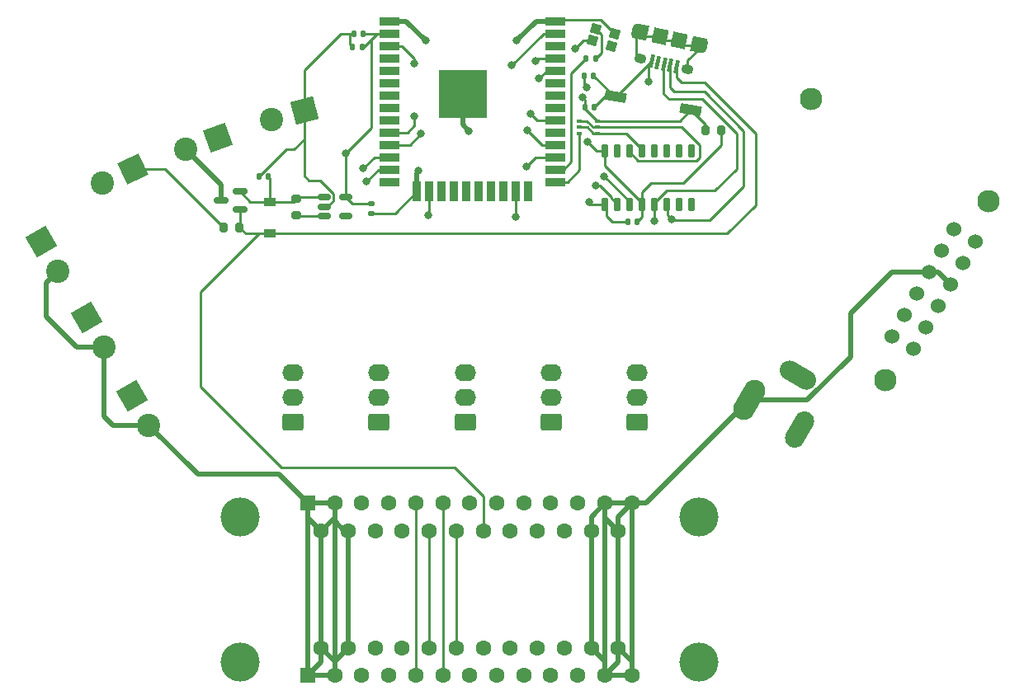
<source format=gbr>
%TF.GenerationSoftware,KiCad,Pcbnew,(6.0.0-0)*%
%TF.CreationDate,2022-12-05T14:38:01-05:00*%
%TF.ProjectId,Dome_Plate_Controller_V1,446f6d65-5f50-46c6-9174-655f436f6e74,rev?*%
%TF.SameCoordinates,Original*%
%TF.FileFunction,Copper,L1,Top*%
%TF.FilePolarity,Positive*%
%FSLAX46Y46*%
G04 Gerber Fmt 4.6, Leading zero omitted, Abs format (unit mm)*
G04 Created by KiCad (PCBNEW (6.0.0-0)) date 2022-12-05 14:38:01*
%MOMM*%
%LPD*%
G01*
G04 APERTURE LIST*
G04 Aperture macros list*
%AMRoundRect*
0 Rectangle with rounded corners*
0 $1 Rounding radius*
0 $2 $3 $4 $5 $6 $7 $8 $9 X,Y pos of 4 corners*
0 Add a 4 corners polygon primitive as box body*
4,1,4,$2,$3,$4,$5,$6,$7,$8,$9,$2,$3,0*
0 Add four circle primitives for the rounded corners*
1,1,$1+$1,$2,$3*
1,1,$1+$1,$4,$5*
1,1,$1+$1,$6,$7*
1,1,$1+$1,$8,$9*
0 Add four rect primitives between the rounded corners*
20,1,$1+$1,$2,$3,$4,$5,0*
20,1,$1+$1,$4,$5,$6,$7,0*
20,1,$1+$1,$6,$7,$8,$9,0*
20,1,$1+$1,$8,$9,$2,$3,0*%
%AMHorizOval*
0 Thick line with rounded ends*
0 $1 width*
0 $2 $3 position (X,Y) of the first rounded end (center of the circle)*
0 $4 $5 position (X,Y) of the second rounded end (center of the circle)*
0 Add line between two ends*
20,1,$1,$2,$3,$4,$5,0*
0 Add two circle primitives to create the rounded ends*
1,1,$1,$2,$3*
1,1,$1,$4,$5*%
%AMRotRect*
0 Rectangle, with rotation*
0 The origin of the aperture is its center*
0 $1 length*
0 $2 width*
0 $3 Rotation angle, in degrees counterclockwise*
0 Add horizontal line*
21,1,$1,$2,0,0,$3*%
G04 Aperture macros list end*
%TA.AperFunction,SMDPad,CuDef*%
%ADD10RoundRect,0.150000X-0.512500X-0.150000X0.512500X-0.150000X0.512500X0.150000X-0.512500X0.150000X0*%
%TD*%
%TA.AperFunction,SMDPad,CuDef*%
%ADD11RoundRect,0.140000X0.140000X0.170000X-0.140000X0.170000X-0.140000X-0.170000X0.140000X-0.170000X0*%
%TD*%
%TA.AperFunction,SMDPad,CuDef*%
%ADD12RotRect,1.000000X1.000000X345.000000*%
%TD*%
%TA.AperFunction,ComponentPad*%
%ADD13HorizOval,2.200000X0.550000X0.952628X-0.550000X-0.952628X0*%
%TD*%
%TA.AperFunction,ComponentPad*%
%ADD14HorizOval,2.000000X0.500000X0.866025X-0.500000X-0.866025X0*%
%TD*%
%TA.AperFunction,ComponentPad*%
%ADD15HorizOval,2.000000X-0.866025X0.500000X0.866025X-0.500000X0*%
%TD*%
%TA.AperFunction,SMDPad,CuDef*%
%ADD16RoundRect,0.200000X0.200000X0.275000X-0.200000X0.275000X-0.200000X-0.275000X0.200000X-0.275000X0*%
%TD*%
%TA.AperFunction,SMDPad,CuDef*%
%ADD17RoundRect,0.049600X0.260400X-0.605400X0.260400X0.605400X-0.260400X0.605400X-0.260400X-0.605400X0*%
%TD*%
%TA.AperFunction,SMDPad,CuDef*%
%ADD18RoundRect,0.140000X-0.140000X-0.170000X0.140000X-0.170000X0.140000X0.170000X-0.140000X0.170000X0*%
%TD*%
%TA.AperFunction,ComponentPad*%
%ADD19RotRect,2.400000X2.400000X300.000000*%
%TD*%
%TA.AperFunction,ComponentPad*%
%ADD20C,2.400000*%
%TD*%
%TA.AperFunction,SMDPad,CuDef*%
%ADD21RoundRect,0.140000X-0.170000X0.140000X-0.170000X-0.140000X0.170000X-0.140000X0.170000X0.140000X0*%
%TD*%
%TA.AperFunction,ComponentPad*%
%ADD22RotRect,2.400000X2.400000X195.000000*%
%TD*%
%TA.AperFunction,ComponentPad*%
%ADD23C,1.524000*%
%TD*%
%TA.AperFunction,ComponentPad*%
%ADD24C,2.300000*%
%TD*%
%TA.AperFunction,SMDPad,CuDef*%
%ADD25RoundRect,0.100000X-1.054267X-0.220275X0.915348X-0.567571X1.054267X0.220275X-0.915348X0.567571X0*%
%TD*%
%TA.AperFunction,ComponentPad*%
%ADD26RoundRect,0.250000X0.845000X-0.620000X0.845000X0.620000X-0.845000X0.620000X-0.845000X-0.620000X0*%
%TD*%
%TA.AperFunction,ComponentPad*%
%ADD27O,2.190000X1.740000*%
%TD*%
%TA.AperFunction,ComponentPad*%
%ADD28C,4.000000*%
%TD*%
%TA.AperFunction,ComponentPad*%
%ADD29R,1.600000X1.600000*%
%TD*%
%TA.AperFunction,ComponentPad*%
%ADD30C,1.600000*%
%TD*%
%TA.AperFunction,SMDPad,CuDef*%
%ADD31RoundRect,0.135000X-0.135000X-0.185000X0.135000X-0.185000X0.135000X0.185000X-0.135000X0.185000X0*%
%TD*%
%TA.AperFunction,SMDPad,CuDef*%
%ADD32R,1.219200X0.914400*%
%TD*%
%TA.AperFunction,SMDPad,CuDef*%
%ADD33RoundRect,0.150000X0.587500X0.150000X-0.587500X0.150000X-0.587500X-0.150000X0.587500X-0.150000X0*%
%TD*%
%TA.AperFunction,ComponentPad*%
%ADD34RotRect,2.400000X2.400000X200.000000*%
%TD*%
%TA.AperFunction,SMDPad,CuDef*%
%ADD35R,0.500000X0.300000*%
%TD*%
%TA.AperFunction,SMDPad,CuDef*%
%ADD36R,2.000000X0.900000*%
%TD*%
%TA.AperFunction,SMDPad,CuDef*%
%ADD37R,0.900000X2.000000*%
%TD*%
%TA.AperFunction,SMDPad,CuDef*%
%ADD38R,5.000000X5.000000*%
%TD*%
%TA.AperFunction,SMDPad,CuDef*%
%ADD39RotRect,0.400000X1.350000X168.000000*%
%TD*%
%TA.AperFunction,SMDPad,CuDef*%
%ADD40RotRect,1.500000X1.550000X168.000000*%
%TD*%
%TA.AperFunction,SMDPad,CuDef*%
%ADD41RotRect,1.200000X1.550000X168.000000*%
%TD*%
%TA.AperFunction,ComponentPad*%
%ADD42HorizOval,0.950000X-0.146722X0.031187X0.146722X-0.031187X0*%
%TD*%
%TA.AperFunction,ComponentPad*%
%ADD43HorizOval,0.890000X0.068611X0.322789X-0.068611X-0.322789X0*%
%TD*%
%TA.AperFunction,SMDPad,CuDef*%
%ADD44RoundRect,0.200000X0.275000X-0.200000X0.275000X0.200000X-0.275000X0.200000X-0.275000X-0.200000X0*%
%TD*%
%TA.AperFunction,ComponentPad*%
%ADD45RotRect,2.400000X2.400000X205.000000*%
%TD*%
%TA.AperFunction,ViaPad*%
%ADD46C,0.800000*%
%TD*%
%TA.AperFunction,Conductor*%
%ADD47C,0.254000*%
%TD*%
%TA.AperFunction,Conductor*%
%ADD48C,0.500000*%
%TD*%
%TA.AperFunction,Conductor*%
%ADD49C,0.250000*%
%TD*%
G04 APERTURE END LIST*
D10*
%TO.P,U3,1,VIN*%
%TO.N,VIN*%
X84902500Y-101360000D03*
%TO.P,U3,2,VSS*%
%TO.N,GND*%
X84902500Y-102310000D03*
%TO.P,U3,3,CE*%
%TO.N,Net-(R3-Pad1)*%
X84902500Y-103260000D03*
%TO.P,U3,4,NC*%
%TO.N,unconnected-(U3-Pad4)*%
X87177500Y-103260000D03*
%TO.P,U3,5,VOUT*%
%TO.N,+3.3V*%
X87177500Y-101360000D03*
%TD*%
D11*
%TO.P,C3,1*%
%TO.N,+3.3V*%
X88920000Y-84590000D03*
%TO.P,C3,2*%
%TO.N,GND*%
X87960000Y-84590000D03*
%TD*%
D12*
%TO.P,L1,1,DO*%
%TO.N,unconnected-(L1-Pad1)*%
X114402182Y-85815553D03*
%TO.P,L1,2,VSS*%
%TO.N,GND*%
X114738647Y-84559850D03*
%TO.P,L1,3,DI*%
%TO.N,Net-(L1-Pad3)*%
X112777818Y-84034447D03*
%TO.P,L1,4,VDD*%
%TO.N,+5V*%
X112441353Y-85290150D03*
%TD*%
D13*
%TO.P,J14,1*%
%TO.N,+12V*%
X128553848Y-122190000D03*
D14*
%TO.P,J14,2*%
%TO.N,GND*%
X133750000Y-125190000D03*
D15*
%TO.P,J14,3*%
X133501924Y-119619681D03*
%TD*%
D16*
%TO.P,R1,1*%
%TO.N,+3.3V*%
X125685000Y-94440000D03*
%TO.P,R1,2*%
%TO.N,RESET*%
X124035000Y-94440000D03*
%TD*%
D17*
%TO.P,U4,1,GND*%
%TO.N,GND*%
X113730000Y-102090000D03*
%TO.P,U4,2,TXD*%
%TO.N,RXD0*%
X115000000Y-102090000D03*
%TO.P,U4,3,RXD*%
%TO.N,TXD0*%
X116270000Y-102090000D03*
%TO.P,U4,4,V3*%
%TO.N,+3.3V*%
X117540000Y-102090000D03*
%TO.P,U4,5,UD+*%
%TO.N,D+*%
X118810000Y-102090000D03*
%TO.P,U4,6,UD-*%
%TO.N,D-*%
X120080000Y-102090000D03*
%TO.P,U4,7,NC.*%
%TO.N,unconnected-(U4-Pad7)*%
X121350000Y-102090000D03*
%TO.P,U4,8,~{OUT}*%
%TO.N,unconnected-(U4-Pad8)*%
X122620000Y-102090000D03*
%TO.P,U4,9,~{CTS}*%
%TO.N,unconnected-(U4-Pad9)*%
X122620000Y-96590000D03*
%TO.P,U4,10,~{DSR}*%
%TO.N,unconnected-(U4-Pad10)*%
X121350000Y-96590000D03*
%TO.P,U4,11,~{RI}*%
%TO.N,unconnected-(U4-Pad11)*%
X120080000Y-96590000D03*
%TO.P,U4,12,~{DCD}*%
%TO.N,unconnected-(U4-Pad12)*%
X118810000Y-96590000D03*
%TO.P,U4,13,~{DTR}*%
%TO.N,DTR*%
X117540000Y-96590000D03*
%TO.P,U4,14,~{RTS}*%
%TO.N,RTS*%
X116270000Y-96590000D03*
%TO.P,U4,15,R232*%
%TO.N,unconnected-(U4-Pad15)*%
X115000000Y-96590000D03*
%TO.P,U4,16,VCC*%
%TO.N,+3.3V*%
X113730000Y-96590000D03*
%TD*%
D18*
%TO.P,C5,1*%
%TO.N,GND*%
X78260000Y-99240000D03*
%TO.P,C5,2*%
%TO.N,VIN*%
X79220000Y-99240000D03*
%TD*%
D19*
%TO.P,J5,1,Pin_1*%
%TO.N,GND*%
X55870000Y-105900000D03*
D20*
%TO.P,J5,2,Pin_2*%
%TO.N,+12V*%
X57620000Y-108931089D03*
%TD*%
D19*
%TO.P,J6,1,Pin_1*%
%TO.N,GND*%
X60600000Y-113710000D03*
D20*
%TO.P,J6,2,Pin_2*%
%TO.N,+12V*%
X62350000Y-116741089D03*
%TD*%
D21*
%TO.P,C7,1*%
%TO.N,+3.3V*%
X89780000Y-102030000D03*
%TO.P,C7,2*%
%TO.N,GND*%
X89780000Y-102990000D03*
%TD*%
D22*
%TO.P,J9,1,Pin_1*%
%TO.N,GND*%
X82880000Y-92430000D03*
D20*
%TO.P,J9,2,Pin_2*%
%TO.N,+5V*%
X79499260Y-93335867D03*
%TD*%
D23*
%TO.P,U6,1,VOUT*%
%TO.N,+5V*%
X145418670Y-116899261D03*
%TO.P,U6,2,GND*%
%TO.N,GND*%
X146688670Y-114699557D03*
%TO.P,U6,3,GND*%
X147958670Y-112499852D03*
%TO.P,U6,4,VIN*%
%TO.N,+12V*%
X149228670Y-110300148D03*
%TO.P,U6,5,VRP*%
%TO.N,unconnected-(U6-Pad5)*%
X150498670Y-108100443D03*
%TO.P,U6,6,EN*%
%TO.N,unconnected-(U6-Pad6)*%
X151768670Y-105900739D03*
%TO.P,U6,7,PG*%
%TO.N,unconnected-(U6-Pad7)*%
X149568966Y-104630739D03*
%TO.P,U6,8,VRP*%
%TO.N,unconnected-(U6-Pad8)*%
X148298966Y-106830443D03*
%TO.P,U6,9,VIN*%
%TO.N,+12V*%
X147028966Y-109030148D03*
%TO.P,U6,10,GND*%
%TO.N,GND*%
X145758966Y-111229852D03*
%TO.P,U6,11,GND*%
X144488966Y-113429557D03*
%TO.P,U6,12,VOUT*%
%TO.N,+5V*%
X143218966Y-115629261D03*
D24*
%TO.P,U6,13*%
%TO.N,N/C*%
X142488267Y-120114869D03*
%TO.P,U6,14*%
X153088267Y-101755131D03*
%TO.P,U6,15*%
X134901733Y-91255131D03*
%TD*%
D18*
%TO.P,C4,1*%
%TO.N,+3.3V*%
X111590000Y-88850000D03*
%TO.P,C4,2*%
%TO.N,GND*%
X112550000Y-88850000D03*
%TD*%
D25*
%TO.P,SW1,1,1*%
%TO.N,GND*%
X114864250Y-91027772D03*
%TO.P,SW1,2,2*%
%TO.N,RESET*%
X122545750Y-92382228D03*
%TD*%
D11*
%TO.P,C6,1*%
%TO.N,+3.3V*%
X117030000Y-103880000D03*
%TO.P,C6,2*%
%TO.N,GND*%
X116070000Y-103880000D03*
%TD*%
D26*
%TO.P,J4,1,Pin_1*%
%TO.N,GND*%
X81730000Y-124470000D03*
D27*
%TO.P,J4,2,Pin_2*%
%TO.N,RX_US*%
X81730000Y-121930000D03*
%TO.P,J4,3,Pin_3*%
%TO.N,TX_US*%
X81730000Y-119390000D03*
%TD*%
D28*
%TO.P,J13,0,PAD*%
%TO.N,unconnected-(J13-Pad0)*%
X76320000Y-149049338D03*
X123420000Y-149049338D03*
D29*
%TO.P,J13,1,1*%
%TO.N,+12V*%
X83250000Y-150469338D03*
D30*
%TO.P,J13,2,2*%
X86020000Y-150469338D03*
%TO.P,J13,3,3*%
%TO.N,GND*%
X88790000Y-150469338D03*
%TO.P,J13,4,4*%
X91560000Y-150469338D03*
%TO.P,J13,5,5*%
%TO.N,VBUS_DC*%
X94330000Y-150469338D03*
%TO.P,J13,6,6*%
%TO.N,D-_DC*%
X97100000Y-150469338D03*
%TO.P,J13,7,7*%
%TO.N,unconnected-(J13-Pad7)*%
X99870000Y-150469338D03*
%TO.P,J13,8,8*%
%TO.N,unconnected-(J13-Pad8)*%
X102640000Y-150469338D03*
%TO.P,J13,9,9*%
%TO.N,unconnected-(J13-Pad9)*%
X105410000Y-150469338D03*
%TO.P,J13,10,10*%
%TO.N,GND*%
X108180000Y-150469338D03*
%TO.P,J13,11,11*%
X110950000Y-150469338D03*
%TO.P,J13,12,12*%
%TO.N,+12V*%
X113720000Y-150469338D03*
%TO.P,J13,13,13*%
X116490000Y-150469338D03*
%TO.P,J13,14,P14*%
X84635000Y-147629338D03*
%TO.P,J13,15,P15*%
X87405000Y-147629338D03*
%TO.P,J13,16,P16*%
%TO.N,GND*%
X90175000Y-147629338D03*
%TO.P,J13,17,P17*%
X92945000Y-147629338D03*
%TO.P,J13,18,P18*%
%TO.N,GND_DC*%
X95715000Y-147629338D03*
%TO.P,J13,19,P19*%
%TO.N,D+_DC*%
X98485000Y-147629338D03*
%TO.P,J13,20,P20*%
%TO.N,unconnected-(J13-Pad20)*%
X101255000Y-147629338D03*
%TO.P,J13,21,P21*%
%TO.N,unconnected-(J13-Pad21)*%
X104025000Y-147629338D03*
%TO.P,J13,22,P22*%
%TO.N,GND*%
X106795000Y-147629338D03*
%TO.P,J13,23,P23*%
X109565000Y-147629338D03*
%TO.P,J13,24,P24*%
%TO.N,+12V*%
X112335000Y-147629338D03*
%TO.P,J13,25,P25*%
X115105000Y-147629338D03*
%TD*%
D31*
%TO.P,R4,1*%
%TO.N,ST_LED_D*%
X111790000Y-87110000D03*
%TO.P,R4,2*%
%TO.N,Net-(L1-Pad3)*%
X112810000Y-87110000D03*
%TD*%
D32*
%TO.P,CR1,A,A*%
%TO.N,VBUS*%
X79328500Y-105086800D03*
%TO.P,CR1,C,C*%
%TO.N,VIN*%
X79328500Y-101810200D03*
%TD*%
D33*
%TO.P,U2,1,1*%
%TO.N,VBUS*%
X76267500Y-102630000D03*
%TO.P,U2,2,2*%
%TO.N,VIN*%
X76267500Y-100730000D03*
%TO.P,U2,3,3*%
%TO.N,+5V*%
X74392500Y-101680000D03*
%TD*%
D34*
%TO.P,J7,1,Pin_1*%
%TO.N,GND*%
X74020000Y-95220000D03*
D20*
%TO.P,J7,2,Pin_2*%
%TO.N,+5V*%
X70731076Y-96417071D03*
%TD*%
D18*
%TO.P,C1,1*%
%TO.N,RESET*%
X111710000Y-92090000D03*
%TO.P,C1,2*%
%TO.N,GND*%
X112670000Y-92090000D03*
%TD*%
D35*
%TO.P,U5,1*%
%TO.N,RTS*%
X111120000Y-93515800D03*
%TO.P,U5,2*%
%TO.N,DTR*%
X111120000Y-94165800D03*
%TO.P,U5,3*%
%TO.N,GPIO0*%
X111120000Y-94815800D03*
%TO.P,U5,4*%
%TO.N,DTR*%
X112970000Y-94815800D03*
%TO.P,U5,5*%
%TO.N,RTS*%
X112970000Y-94165800D03*
%TO.P,U5,6*%
%TO.N,RESET*%
X112970000Y-93515800D03*
%TD*%
D36*
%TO.P,U1,1,GND*%
%TO.N,GND*%
X91630000Y-83265000D03*
%TO.P,U1,2,3V3*%
%TO.N,+3.3V*%
X91630000Y-84535000D03*
%TO.P,U1,3,EN*%
%TO.N,RESET*%
X91630000Y-85805000D03*
%TO.P,U1,4,SENSOR_VP*%
%TO.N,unconnected-(U1-Pad4)*%
X91630000Y-87075000D03*
%TO.P,U1,5,SENSOR_VN*%
%TO.N,unconnected-(U1-Pad5)*%
X91630000Y-88345000D03*
%TO.P,U1,6,IO34*%
%TO.N,unconnected-(U1-Pad6)*%
X91630000Y-89615000D03*
%TO.P,U1,7,IO35*%
%TO.N,unconnected-(U1-Pad7)*%
X91630000Y-90885000D03*
%TO.P,U1,8,IO32*%
%TO.N,unconnected-(U1-Pad8)*%
X91630000Y-92155000D03*
%TO.P,U1,9,IO33*%
%TO.N,unconnected-(U1-Pad9)*%
X91630000Y-93425000D03*
%TO.P,U1,10,IO25*%
%TO.N,RX_FU3*%
X91630000Y-94695000D03*
%TO.P,U1,11,IO26*%
%TO.N,TX_FU4*%
X91630000Y-95965000D03*
%TO.P,U1,12,IO27*%
%TO.N,RX_FU4*%
X91630000Y-97235000D03*
%TO.P,U1,13,IO14*%
%TO.N,RX_US*%
X91630000Y-98505000D03*
%TO.P,U1,14,IO12*%
%TO.N,unconnected-(U1-Pad14)*%
X91630000Y-99775000D03*
D37*
%TO.P,U1,15,GND*%
%TO.N,GND*%
X94415000Y-100775000D03*
%TO.P,U1,16,IO13*%
%TO.N,TX_US*%
X95685000Y-100775000D03*
%TO.P,U1,17,SD2*%
%TO.N,unconnected-(U1-Pad17)*%
X96955000Y-100775000D03*
%TO.P,U1,18,SD3*%
%TO.N,unconnected-(U1-Pad18)*%
X98225000Y-100775000D03*
%TO.P,U1,19,CMD*%
%TO.N,unconnected-(U1-Pad19)*%
X99495000Y-100775000D03*
%TO.P,U1,20,CLK*%
%TO.N,unconnected-(U1-Pad20)*%
X100765000Y-100775000D03*
%TO.P,U1,21,SD0*%
%TO.N,unconnected-(U1-Pad21)*%
X102035000Y-100775000D03*
%TO.P,U1,22,SD1*%
%TO.N,unconnected-(U1-Pad22)*%
X103305000Y-100775000D03*
%TO.P,U1,23,IO15*%
%TO.N,TX_FU*%
X104575000Y-100775000D03*
%TO.P,U1,24,IO2*%
%TO.N,unconnected-(U1-Pad24)*%
X105845000Y-100775000D03*
D36*
%TO.P,U1,25,IO0*%
%TO.N,GPIO0*%
X108630000Y-99775000D03*
%TO.P,U1,26,IO4*%
%TO.N,ST_LED_D*%
X108630000Y-98505000D03*
%TO.P,U1,27,IO16*%
%TO.N,RX_FU*%
X108630000Y-97235000D03*
%TO.P,U1,28,IO17*%
%TO.N,TX_FU2*%
X108630000Y-95965000D03*
%TO.P,U1,29,IO5*%
%TO.N,unconnected-(U1-Pad29)*%
X108630000Y-94695000D03*
%TO.P,U1,30,IO18*%
%TO.N,RX_FU2*%
X108630000Y-93425000D03*
%TO.P,U1,31,IO19*%
%TO.N,unconnected-(U1-Pad31)*%
X108630000Y-92155000D03*
%TO.P,U1,32,NC*%
%TO.N,unconnected-(U1-Pad32)*%
X108630000Y-90885000D03*
%TO.P,U1,33,IO21*%
%TO.N,SDA*%
X108630000Y-89615000D03*
%TO.P,U1,34,RXD0*%
%TO.N,RXD0*%
X108630000Y-88345000D03*
%TO.P,U1,35,TXD0*%
%TO.N,TXD0*%
X108630000Y-87075000D03*
%TO.P,U1,36,IO22*%
%TO.N,SCL*%
X108630000Y-85805000D03*
%TO.P,U1,37,IO23*%
%TO.N,TX_FU3*%
X108630000Y-84535000D03*
%TO.P,U1,38,GND*%
%TO.N,GND*%
X108630000Y-83265000D03*
D38*
%TO.P,U1,39,GND*%
X99130000Y-90765000D03*
%TD*%
D26*
%TO.P,J12,1,Pin_1*%
%TO.N,GND*%
X90565000Y-124470000D03*
D27*
%TO.P,J12,2,Pin_2*%
%TO.N,RX_FU*%
X90565000Y-121930000D03*
%TO.P,J12,3,Pin_3*%
%TO.N,TX_FU*%
X90565000Y-119390000D03*
%TD*%
D28*
%TO.P,J2,0,PAD*%
%TO.N,unconnected-(J2-Pad0)*%
X76320000Y-134199338D03*
X123420000Y-134199338D03*
D29*
%TO.P,J2,1,1*%
%TO.N,+12V*%
X83250000Y-132779338D03*
D30*
%TO.P,J2,2,2*%
X86020000Y-132779338D03*
%TO.P,J2,3,3*%
%TO.N,GND*%
X88790000Y-132779338D03*
%TO.P,J2,4,4*%
X91560000Y-132779338D03*
%TO.P,J2,5,5*%
%TO.N,VBUS_DC*%
X94330000Y-132779338D03*
%TO.P,J2,6,6*%
%TO.N,D-_DC*%
X97100000Y-132779338D03*
%TO.P,J2,7,7*%
%TO.N,unconnected-(J2-Pad7)*%
X99870000Y-132779338D03*
%TO.P,J2,8,8*%
%TO.N,GND*%
X102640000Y-132779338D03*
%TO.P,J2,9,9*%
%TO.N,D+*%
X105410000Y-132779338D03*
%TO.P,J2,10,10*%
%TO.N,GND*%
X108180000Y-132779338D03*
%TO.P,J2,11,11*%
X110950000Y-132779338D03*
%TO.P,J2,12,12*%
%TO.N,+12V*%
X113720000Y-132779338D03*
%TO.P,J2,13,13*%
X116490000Y-132779338D03*
%TO.P,J2,14,P14*%
X84635000Y-135619338D03*
%TO.P,J2,15,P15*%
X87405000Y-135619338D03*
%TO.P,J2,16,P16*%
%TO.N,GND*%
X90175000Y-135619338D03*
%TO.P,J2,17,P17*%
X92945000Y-135619338D03*
%TO.P,J2,18,P18*%
%TO.N,GND_DC*%
X95715000Y-135619338D03*
%TO.P,J2,19,P19*%
%TO.N,D+_DC*%
X98485000Y-135619338D03*
%TO.P,J2,20,P20*%
%TO.N,VBUS*%
X101255000Y-135619338D03*
%TO.P,J2,21,P21*%
%TO.N,D-*%
X104025000Y-135619338D03*
%TO.P,J2,22,P22*%
%TO.N,GND*%
X106795000Y-135619338D03*
%TO.P,J2,23,P23*%
X109565000Y-135619338D03*
%TO.P,J2,24,P24*%
%TO.N,+12V*%
X112335000Y-135619338D03*
%TO.P,J2,25,P25*%
X115105000Y-135619338D03*
%TD*%
D11*
%TO.P,C2,1*%
%TO.N,+3.3V*%
X88820000Y-85930000D03*
%TO.P,C2,2*%
%TO.N,GND*%
X87860000Y-85930000D03*
%TD*%
D26*
%TO.P,J15,1,Pin_1*%
%TO.N,GND*%
X99400000Y-124470000D03*
D27*
%TO.P,J15,2,Pin_2*%
%TO.N,RX_FU2*%
X99400000Y-121930000D03*
%TO.P,J15,3,Pin_3*%
%TO.N,TX_FU2*%
X99400000Y-119390000D03*
%TD*%
D19*
%TO.P,J3,1,Pin_1*%
%TO.N,GND*%
X65180000Y-121750000D03*
D20*
%TO.P,J3,2,Pin_2*%
%TO.N,+12V*%
X66930000Y-124781089D03*
%TD*%
D39*
%TO.P,J1,1,VBUS*%
%TO.N,VBUS*%
X121060516Y-87939692D03*
%TO.P,J1,2,D-*%
%TO.N,D-*%
X120424720Y-87804549D03*
%TO.P,J1,3,D+*%
%TO.N,D+*%
X119788924Y-87669407D03*
%TO.P,J1,4,ID*%
%TO.N,unconnected-(J1-Pad4)*%
X119153128Y-87534264D03*
%TO.P,J1,5,GND*%
%TO.N,GND*%
X118517332Y-87399121D03*
D40*
%TO.P,J1,6,Shield*%
%TO.N,unconnected-(J1-Pad6)*%
X121328433Y-85236320D03*
X119372138Y-84820496D03*
D41*
X123186913Y-85631352D03*
X117513657Y-84425464D03*
D42*
X117343555Y-87149627D03*
D43*
X116926769Y-84300717D03*
D42*
X122234293Y-88189186D03*
D43*
X123773802Y-85756099D03*
%TD*%
D16*
%TO.P,R2,1*%
%TO.N,VBUS*%
X76255000Y-104460000D03*
%TO.P,R2,2*%
%TO.N,GND*%
X74605000Y-104460000D03*
%TD*%
D44*
%TO.P,R3,1*%
%TO.N,Net-(R3-Pad1)*%
X82040000Y-103195000D03*
%TO.P,R3,2*%
%TO.N,VIN*%
X82040000Y-101545000D03*
%TD*%
D45*
%TO.P,J8,1,Pin_1*%
%TO.N,GND*%
X65330000Y-98420000D03*
D20*
%TO.P,J8,2,Pin_2*%
%TO.N,+5V*%
X62157923Y-99899164D03*
%TD*%
D26*
%TO.P,J10,1,Pin_1*%
%TO.N,GND*%
X117070000Y-124470000D03*
D27*
%TO.P,J10,2,Pin_2*%
%TO.N,RX_FU4*%
X117070000Y-121930000D03*
%TO.P,J10,3,Pin_3*%
%TO.N,TX_FU4*%
X117070000Y-119390000D03*
%TD*%
D26*
%TO.P,J11,1,Pin_1*%
%TO.N,GND*%
X108235000Y-124470000D03*
D27*
%TO.P,J11,2,Pin_2*%
%TO.N,RX_FU3*%
X108235000Y-121930000D03*
%TO.P,J11,3,Pin_3*%
%TO.N,TX_FU3*%
X108235000Y-119390000D03*
%TD*%
D46*
%TO.N,RX_FU*%
X105670000Y-98200000D03*
%TO.N,GND*%
X118250000Y-89490000D03*
X95340000Y-85290000D03*
X112110000Y-101880000D03*
X94630000Y-98660000D03*
X99800000Y-94520000D03*
X104700000Y-85260000D03*
%TO.N,+3.3V*%
X111870000Y-90050000D03*
X87185000Y-96815000D03*
X111970000Y-95700000D03*
%TO.N,D-*%
X120570000Y-103640000D03*
%TO.N,D+*%
X118845000Y-103755000D03*
%TO.N,+5V*%
X110720000Y-86060000D03*
%TO.N,RX_US*%
X89300000Y-99760000D03*
%TO.N,TX_US*%
X95580000Y-103170000D03*
%TO.N,TX_FU*%
X104590000Y-103380000D03*
%TO.N,RX_FU4*%
X88960000Y-98360000D03*
%TO.N,TX_FU4*%
X94860000Y-94840000D03*
%TO.N,RX_FU3*%
X94160000Y-93030000D03*
%TO.N,TXD0*%
X106630000Y-87380000D03*
X113660000Y-99190000D03*
%TO.N,RXD0*%
X106980000Y-89170000D03*
X112780000Y-100150000D03*
%TO.N,TX_FU3*%
X104190000Y-87830000D03*
%TO.N,RESET*%
X94150000Y-87630000D03*
X111420000Y-91080000D03*
%TO.N,RX_FU2*%
X106140000Y-92800000D03*
%TO.N,TX_FU2*%
X105780000Y-94480000D03*
%TD*%
D47*
%TO.N,RX_FU*%
X106635000Y-97235000D02*
X105670000Y-98200000D01*
X108630000Y-97235000D02*
X106635000Y-97235000D01*
%TO.N,GND*%
X65330000Y-98420000D02*
X68565000Y-98420000D01*
X82880000Y-92430000D02*
X82880000Y-88330000D01*
X114738647Y-84559850D02*
X113274352Y-83095555D01*
X118517332Y-87399121D02*
X118250000Y-87666453D01*
X89780000Y-102990000D02*
X92200000Y-102990000D01*
X108799445Y-83095555D02*
X108630000Y-83265000D01*
X82880000Y-88330000D02*
X86620000Y-84590000D01*
D48*
X94415000Y-98875000D02*
X94630000Y-98660000D01*
X106695000Y-83265000D02*
X108630000Y-83265000D01*
X95340000Y-85290000D02*
X93315000Y-83265000D01*
D47*
X114864250Y-91027772D02*
X114888681Y-91027772D01*
X82880000Y-95390000D02*
X82880000Y-95330000D01*
X81830000Y-96440000D02*
X82880000Y-95390000D01*
X87610000Y-84590000D02*
X87960000Y-84590000D01*
X113910000Y-102270000D02*
X113910000Y-103270000D01*
D48*
X93315000Y-83265000D02*
X91630000Y-83265000D01*
D47*
X81050242Y-96440000D02*
X81830000Y-96440000D01*
X113274352Y-83095555D02*
X108799445Y-83095555D01*
X82880000Y-99165000D02*
X82880000Y-95330000D01*
X113732228Y-91027772D02*
X112670000Y-92090000D01*
X84902500Y-102310000D02*
X85288901Y-102310000D01*
X83365000Y-99650000D02*
X82880000Y-99165000D01*
D48*
X99130000Y-90765000D02*
X99130000Y-93850000D01*
X94415000Y-100775000D02*
X94415000Y-98875000D01*
D47*
X85288901Y-102310000D02*
X85891520Y-101707381D01*
D48*
X99130000Y-93850000D02*
X99800000Y-94520000D01*
D47*
X92200000Y-102990000D02*
X94415000Y-100775000D01*
X112320000Y-102090000D02*
X112110000Y-101880000D01*
X86620000Y-84590000D02*
X87610000Y-84590000D01*
X113730000Y-102090000D02*
X113910000Y-102270000D01*
X114888681Y-91027772D02*
X118517332Y-87399121D01*
X82880000Y-95330000D02*
X82880000Y-92430000D01*
X118250000Y-87666453D02*
X118250000Y-89490000D01*
X78260000Y-99240000D02*
X78260000Y-99230242D01*
X114864250Y-91027772D02*
X114727772Y-91027772D01*
X78260000Y-99230242D02*
X81050242Y-96440000D01*
X113910000Y-103270000D02*
X114520000Y-103880000D01*
X84550000Y-99650000D02*
X83365000Y-99650000D01*
X87610000Y-84590000D02*
X87610000Y-85680000D01*
X114727772Y-91027772D02*
X112550000Y-88850000D01*
X85891520Y-101707381D02*
X85891520Y-100991520D01*
X113730000Y-102090000D02*
X112320000Y-102090000D01*
D48*
X104700000Y-85260000D02*
X106695000Y-83265000D01*
D47*
X85891520Y-100991520D02*
X84550000Y-99650000D01*
X68565000Y-98420000D02*
X74605000Y-104460000D01*
X114864250Y-91027772D02*
X113732228Y-91027772D01*
X87610000Y-85680000D02*
X87860000Y-85930000D01*
X114520000Y-103880000D02*
X116070000Y-103880000D01*
%TO.N,+3.3V*%
X125685000Y-94440000D02*
X125685000Y-95995000D01*
X113730000Y-98152286D02*
X117540000Y-101962286D01*
X113730000Y-96590000D02*
X112860000Y-96590000D01*
X125685000Y-95995000D02*
X121810000Y-99870000D01*
X111590000Y-89770000D02*
X111870000Y-90050000D01*
X90376000Y-84535000D02*
X88981000Y-85930000D01*
X91630000Y-84535000D02*
X88975000Y-84535000D01*
X113730000Y-96590000D02*
X113730000Y-98152286D01*
X117540000Y-101962286D02*
X117540000Y-102090000D01*
X89750000Y-85161000D02*
X89750000Y-94250000D01*
X89750000Y-94250000D02*
X87185000Y-96815000D01*
X90376000Y-84535000D02*
X89750000Y-85161000D01*
X118460000Y-99870000D02*
X117540000Y-100790000D01*
X91630000Y-84535000D02*
X90376000Y-84535000D01*
X111590000Y-88850000D02*
X111590000Y-89770000D01*
X117540000Y-100790000D02*
X117540000Y-102090000D01*
X112860000Y-96590000D02*
X111970000Y-95700000D01*
X117540000Y-102090000D02*
X117540000Y-103370000D01*
X121810000Y-99870000D02*
X118460000Y-99870000D01*
X88981000Y-85930000D02*
X88820000Y-85930000D01*
X88975000Y-84535000D02*
X88920000Y-84590000D01*
X87185000Y-96815000D02*
X87177500Y-96822500D01*
X89780000Y-102030000D02*
X87847500Y-102030000D01*
X87177500Y-96822500D02*
X87177500Y-101360000D01*
X87847500Y-102030000D02*
X87177500Y-101360000D01*
X117540000Y-103370000D02*
X117030000Y-103880000D01*
%TO.N,VIN*%
X79328500Y-99348500D02*
X79328500Y-101810200D01*
X77347700Y-101810200D02*
X79328500Y-101810200D01*
X84902500Y-101360000D02*
X82225000Y-101360000D01*
X81774800Y-101810200D02*
X79328500Y-101810200D01*
X76267500Y-100730000D02*
X77347700Y-101810200D01*
X82225000Y-101360000D02*
X82040000Y-101545000D01*
X79220000Y-99240000D02*
X79328500Y-99348500D01*
X82040000Y-101545000D02*
X81774800Y-101810200D01*
%TO.N,VBUS*%
X79328500Y-105086800D02*
X76881800Y-105086800D01*
X126303200Y-105086800D02*
X129250000Y-102140000D01*
X129250000Y-94830000D02*
X124000000Y-89580000D01*
X129250000Y-102140000D02*
X129250000Y-94830000D01*
X76267500Y-102630000D02*
X76267500Y-104447500D01*
X124000000Y-89580000D02*
X121620000Y-89580000D01*
X72280000Y-120840000D02*
X80550000Y-129110000D01*
X72280000Y-111090000D02*
X72280000Y-120840000D01*
X78283200Y-105086800D02*
X72280000Y-111090000D01*
X76881800Y-105086800D02*
X76255000Y-104460000D01*
X76267500Y-104447500D02*
X76255000Y-104460000D01*
X98330000Y-129110000D02*
X101255000Y-132035000D01*
X101255000Y-132035000D02*
X101255000Y-135619338D01*
X79328500Y-105086800D02*
X78283200Y-105086800D01*
X121620000Y-89580000D02*
X121060516Y-89020516D01*
X121060516Y-89020516D02*
X121060516Y-87939692D01*
X79328500Y-105086800D02*
X126303200Y-105086800D01*
X80550000Y-129110000D02*
X98330000Y-129110000D01*
%TO.N,D-*%
X120630000Y-103700000D02*
X124480000Y-103700000D01*
X120130000Y-103200000D02*
X120570000Y-103640000D01*
X120130000Y-102140000D02*
X120130000Y-103200000D01*
X127950000Y-94540000D02*
X123940000Y-90530000D01*
X127950000Y-100230000D02*
X127950000Y-94540000D01*
X123940000Y-90530000D02*
X120820000Y-90530000D01*
X120398026Y-90108026D02*
X120398026Y-87804549D01*
X120820000Y-90530000D02*
X120398026Y-90108026D01*
X124480000Y-103700000D02*
X127950000Y-100230000D01*
X120080000Y-102090000D02*
X120130000Y-102140000D01*
X120570000Y-103640000D02*
X120630000Y-103700000D01*
%TO.N,D+*%
X118810000Y-102090000D02*
X118810000Y-103720000D01*
X125000000Y-100680000D02*
X127250000Y-98430000D01*
X127250000Y-94785389D02*
X123754611Y-91290000D01*
X120330000Y-91290000D02*
X119762230Y-90722230D01*
X120092286Y-100680000D02*
X125000000Y-100680000D01*
X118810000Y-102090000D02*
X118810000Y-101962286D01*
X127250000Y-98430000D02*
X127250000Y-94785389D01*
X118810000Y-101962286D02*
X120092286Y-100680000D01*
X123754611Y-91290000D02*
X120330000Y-91290000D01*
X118810000Y-103720000D02*
X118845000Y-103755000D01*
X119762230Y-90722230D02*
X119762230Y-87669407D01*
%TO.N,unconnected-(J1-Pad6)*%
X119787962Y-85236320D02*
X119372138Y-84820496D01*
X116926769Y-84300717D02*
X116926769Y-86732841D01*
X116926769Y-86732841D02*
X117343555Y-87149627D01*
X121848212Y-85756099D02*
X121328433Y-85236320D01*
X117908689Y-84820496D02*
X117513657Y-84425464D01*
X122234293Y-88189186D02*
X122234293Y-87295608D01*
X122234293Y-87295608D02*
X123773802Y-85756099D01*
X123773802Y-85756099D02*
X121848212Y-85756099D01*
X119372138Y-84820496D02*
X117908689Y-84820496D01*
X121328433Y-85236320D02*
X119787962Y-85236320D01*
D49*
%TO.N,VBUS_DC*%
X94330000Y-132779338D02*
X94330000Y-150469338D01*
D48*
%TO.N,+5V*%
X74392500Y-100078495D02*
X74392500Y-101680000D01*
X70731076Y-96417071D02*
X74392500Y-100078495D01*
D47*
X112441353Y-85290150D02*
X111489850Y-85290150D01*
X111489850Y-85290150D02*
X110720000Y-86060000D01*
D49*
%TO.N,D-_DC*%
X97100000Y-132779338D02*
X97100000Y-150469338D01*
%TO.N,GND_DC*%
X95715000Y-147629338D02*
X95715000Y-135619338D01*
%TO.N,D+_DC*%
X98485000Y-135619338D02*
X98485000Y-147629338D01*
D47*
%TO.N,Net-(R3-Pad1)*%
X84902500Y-103260000D02*
X82105000Y-103260000D01*
X82105000Y-103260000D02*
X82040000Y-103195000D01*
%TO.N,ST_LED_D*%
X111790000Y-87110000D02*
X110280000Y-88620000D01*
X110280000Y-97688022D02*
X109463022Y-98505000D01*
X109463022Y-98505000D02*
X108630000Y-98505000D01*
X110280000Y-88620000D02*
X110280000Y-97688022D01*
%TO.N,RX_US*%
X90555000Y-98505000D02*
X89300000Y-99760000D01*
X91630000Y-98505000D02*
X90555000Y-98505000D01*
%TO.N,TX_US*%
X95685000Y-103065000D02*
X95580000Y-103170000D01*
X95685000Y-100775000D02*
X95685000Y-103065000D01*
%TO.N,TX_FU*%
X104575000Y-100775000D02*
X104575000Y-103365000D01*
X104575000Y-103365000D02*
X104590000Y-103380000D01*
%TO.N,RX_FU4*%
X90085000Y-97235000D02*
X88960000Y-98360000D01*
X91630000Y-97235000D02*
X90085000Y-97235000D01*
%TO.N,GPIO0*%
X111120000Y-98539000D02*
X109884000Y-99775000D01*
X109884000Y-99775000D02*
X108630000Y-99775000D01*
X111120000Y-94815800D02*
X111120000Y-98539000D01*
%TO.N,TX_FU4*%
X93735000Y-95965000D02*
X94860000Y-94840000D01*
X91630000Y-95965000D02*
X93735000Y-95965000D01*
%TO.N,RX_FU3*%
X93465000Y-94695000D02*
X94160000Y-94000000D01*
X94160000Y-94000000D02*
X94160000Y-93030000D01*
X91630000Y-94695000D02*
X93465000Y-94695000D01*
%TO.N,TXD0*%
X116270000Y-102090000D02*
X116270000Y-101800000D01*
X108630000Y-87075000D02*
X106935000Y-87075000D01*
X116270000Y-101800000D02*
X113660000Y-99190000D01*
X106935000Y-87075000D02*
X106630000Y-87380000D01*
%TO.N,RXD0*%
X115000000Y-102090000D02*
X114366520Y-101456520D01*
X114366520Y-101456520D02*
X114366520Y-101328806D01*
X108630000Y-88345000D02*
X107805000Y-88345000D01*
X107805000Y-88345000D02*
X106980000Y-89170000D01*
X113187714Y-100150000D02*
X112780000Y-100150000D01*
X114366520Y-101328806D02*
X113187714Y-100150000D01*
%TO.N,TX_FU3*%
X107485000Y-84535000D02*
X104190000Y-87830000D01*
X108630000Y-84535000D02*
X107485000Y-84535000D01*
%TO.N,DTR*%
X117540000Y-96590000D02*
X117540000Y-96462286D01*
X115893514Y-94815800D02*
X112970000Y-94815800D01*
X112566978Y-94815800D02*
X112970000Y-94815800D01*
X111916978Y-94165800D02*
X112566978Y-94815800D01*
X111120000Y-94165800D02*
X111916978Y-94165800D01*
X117540000Y-96462286D02*
X115893514Y-94815800D01*
%TO.N,RTS*%
X116270000Y-96590000D02*
X116270000Y-96717714D01*
X112970000Y-94165800D02*
X112558352Y-94165800D01*
X123430000Y-97270000D02*
X123430000Y-96002286D01*
X111908352Y-93515800D02*
X111120000Y-93515800D01*
X117132286Y-97580000D02*
X123120000Y-97580000D01*
X123120000Y-97580000D02*
X123430000Y-97270000D01*
X121593514Y-94165800D02*
X112970000Y-94165800D01*
X123430000Y-96002286D02*
X121593514Y-94165800D01*
X112558352Y-94165800D02*
X111908352Y-93515800D01*
X116270000Y-96717714D02*
X117132286Y-97580000D01*
%TO.N,RESET*%
X94150000Y-87071000D02*
X94150000Y-87630000D01*
X124035000Y-93871478D02*
X122545750Y-92382228D01*
X111710000Y-92090000D02*
X111710000Y-92255800D01*
X121412178Y-93515800D02*
X122545750Y-92382228D01*
X91630000Y-85805000D02*
X92884000Y-85805000D01*
X111710000Y-92090000D02*
X111710000Y-91370000D01*
X112970000Y-93515800D02*
X121412178Y-93515800D01*
X111710000Y-91370000D02*
X111420000Y-91080000D01*
X92884000Y-85805000D02*
X94150000Y-87071000D01*
X111710000Y-92255800D02*
X112970000Y-93515800D01*
X124035000Y-94440000D02*
X124035000Y-93871478D01*
D48*
%TO.N,+12V*%
X83250000Y-132779338D02*
X86020000Y-132779338D01*
X56390000Y-110161089D02*
X57620000Y-108931089D01*
X62350000Y-123880000D02*
X62350000Y-116741089D01*
X83250000Y-150469338D02*
X86020000Y-150469338D01*
X113720000Y-132779338D02*
X113720000Y-134234338D01*
X83250000Y-132779338D02*
X80280662Y-129810000D01*
X113720000Y-132779338D02*
X113720000Y-150469338D01*
X86020000Y-134234338D02*
X84635000Y-135619338D01*
X116490000Y-150469338D02*
X113720000Y-150469338D01*
X116490000Y-150469338D02*
X116490000Y-149014338D01*
X83250000Y-134234338D02*
X84635000Y-135619338D01*
X113720000Y-150469338D02*
X113720000Y-149014338D01*
X115105000Y-135619338D02*
X115105000Y-147629338D01*
X62350000Y-116741089D02*
X59561089Y-116741089D01*
X117964510Y-132779338D02*
X128553848Y-122190000D01*
X113720000Y-149014338D02*
X112335000Y-147629338D01*
X56390000Y-113570000D02*
X56390000Y-110161089D01*
X86020000Y-132779338D02*
X86020000Y-150469338D01*
X128553848Y-122190000D02*
X134497476Y-122190000D01*
X116490000Y-132779338D02*
X113720000Y-132779338D01*
X143159852Y-109030148D02*
X147028966Y-109030148D01*
X115105000Y-147629338D02*
X115105000Y-149084338D01*
X115105000Y-135619338D02*
X115105000Y-134164338D01*
X86020000Y-134628000D02*
X87011338Y-135619338D01*
X87011338Y-135619338D02*
X87405000Y-135619338D01*
X112335000Y-135619338D02*
X112335000Y-147629338D01*
X115105000Y-134164338D02*
X116490000Y-132779338D01*
X115105000Y-149084338D02*
X113720000Y-150469338D01*
X147028966Y-109030148D02*
X147958670Y-109030148D01*
X86020000Y-149014338D02*
X87405000Y-147629338D01*
X84635000Y-149084338D02*
X83250000Y-150469338D01*
X147958670Y-109030148D02*
X149228670Y-110300148D01*
X116490000Y-132779338D02*
X116490000Y-150469338D01*
X116490000Y-149014338D02*
X115105000Y-147629338D01*
X86020000Y-132779338D02*
X86020000Y-134234338D01*
X138920000Y-117767476D02*
X138920000Y-113270000D01*
X86020000Y-150469338D02*
X86020000Y-149014338D01*
X116490000Y-132779338D02*
X117964510Y-132779338D01*
X134497476Y-122190000D02*
X138920000Y-117767476D01*
X66930000Y-124781089D02*
X63251089Y-124781089D01*
X71958911Y-129810000D02*
X66930000Y-124781089D01*
X86020000Y-149014338D02*
X84635000Y-147629338D01*
X87405000Y-147629338D02*
X87405000Y-135619338D01*
X113720000Y-134234338D02*
X115105000Y-135619338D01*
X63251089Y-124781089D02*
X62350000Y-123880000D01*
X83250000Y-132779338D02*
X83250000Y-134234338D01*
X112335000Y-135619338D02*
X112335000Y-134164338D01*
X112335000Y-134164338D02*
X113720000Y-132779338D01*
X86020000Y-134234338D02*
X86020000Y-134628000D01*
X84635000Y-147629338D02*
X84635000Y-135619338D01*
X83250000Y-132779338D02*
X83250000Y-150469338D01*
X59561089Y-116741089D02*
X56390000Y-113570000D01*
X80280662Y-129810000D02*
X71958911Y-129810000D01*
X138920000Y-113270000D02*
X143159852Y-109030148D01*
X84635000Y-147629338D02*
X84635000Y-149084338D01*
D47*
%TO.N,Net-(L1-Pad3)*%
X113380245Y-86539755D02*
X113380245Y-84636874D01*
X113380245Y-84636874D02*
X112777818Y-84034447D01*
X112810000Y-87110000D02*
X113380245Y-86539755D01*
%TO.N,RX_FU2*%
X106765000Y-93425000D02*
X106140000Y-92800000D01*
X108630000Y-93425000D02*
X106765000Y-93425000D01*
%TO.N,TX_FU2*%
X107265000Y-95965000D02*
X105780000Y-94480000D01*
X108630000Y-95965000D02*
X107265000Y-95965000D01*
%TD*%
M02*

</source>
